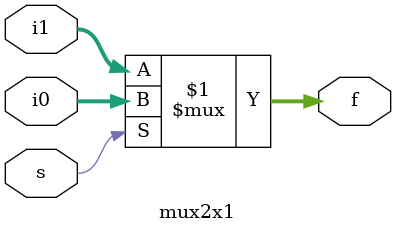
<source format=v>
/*
	mux2x1.v
	multiplexador 2x1 usando condicional
	
*/

module mux2x1 (i0,i1,s,f);

	input [3:0] i0, i1;
	input s;
	output [3:0] f;
	
	assign f = s ? i0 : i1;

endmodule
</source>
